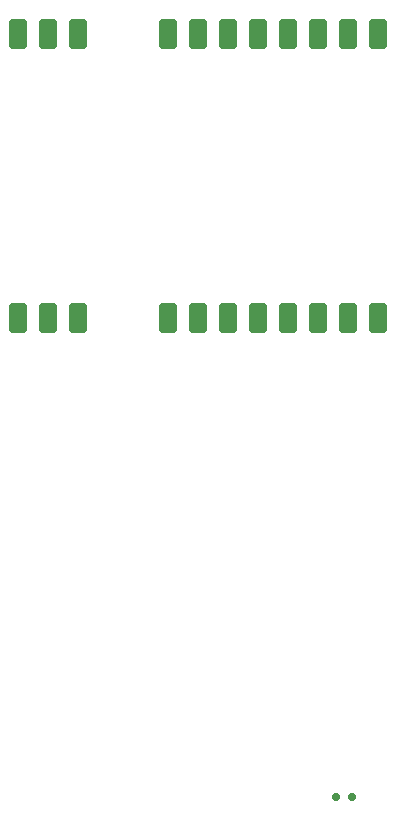
<source format=gbr>
%TF.GenerationSoftware,KiCad,Pcbnew,8.0.5-8.0.5-0~ubuntu20.04.1*%
%TF.CreationDate,2024-11-22T10:43:45+01:00*%
%TF.ProjectId,esp32-e22,65737033-322d-4653-9232-2e6b69636164,V 2.1.2*%
%TF.SameCoordinates,Original*%
%TF.FileFunction,Paste,Top*%
%TF.FilePolarity,Positive*%
%FSLAX46Y46*%
G04 Gerber Fmt 4.6, Leading zero omitted, Abs format (unit mm)*
G04 Created by KiCad (PCBNEW 8.0.5-8.0.5-0~ubuntu20.04.1) date 2024-11-22 10:43:45*
%MOMM*%
%LPD*%
G01*
G04 APERTURE LIST*
G04 Aperture macros list*
%AMRoundRect*
0 Rectangle with rounded corners*
0 $1 Rounding radius*
0 $2 $3 $4 $5 $6 $7 $8 $9 X,Y pos of 4 corners*
0 Add a 4 corners polygon primitive as box body*
4,1,4,$2,$3,$4,$5,$6,$7,$8,$9,$2,$3,0*
0 Add four circle primitives for the rounded corners*
1,1,$1+$1,$2,$3*
1,1,$1+$1,$4,$5*
1,1,$1+$1,$6,$7*
1,1,$1+$1,$8,$9*
0 Add four rect primitives between the rounded corners*
20,1,$1+$1,$2,$3,$4,$5,0*
20,1,$1+$1,$4,$5,$6,$7,0*
20,1,$1+$1,$6,$7,$8,$9,0*
20,1,$1+$1,$8,$9,$2,$3,0*%
G04 Aperture macros list end*
%ADD10RoundRect,0.250000X-0.500000X1.000000X-0.500000X-1.000000X0.500000X-1.000000X0.500000X1.000000X0*%
%ADD11RoundRect,0.150000X-0.150000X-0.200000X0.150000X-0.200000X0.150000X0.200000X-0.150000X0.200000X0*%
G04 APERTURE END LIST*
D10*
%TO.C,U3*%
X134330000Y-82590000D03*
X136870000Y-82590000D03*
X139410000Y-82590000D03*
X146980000Y-82590000D03*
X149520000Y-82590000D03*
X152060000Y-82590000D03*
X154600000Y-82590000D03*
X157140000Y-82590000D03*
X159680000Y-82590000D03*
X162220000Y-82590000D03*
X164760000Y-82590000D03*
X164760000Y-58590000D03*
X162220000Y-58590000D03*
X159680000Y-58590000D03*
X157140000Y-58590000D03*
X154600000Y-58590000D03*
X152060000Y-58590000D03*
X149520000Y-58590000D03*
X146980000Y-58590000D03*
X139410000Y-58590000D03*
X136870000Y-58590000D03*
X134330000Y-58590000D03*
%TD*%
D11*
%TO.C,D3*%
X162625000Y-123190000D03*
X161225000Y-123190000D03*
%TD*%
M02*

</source>
